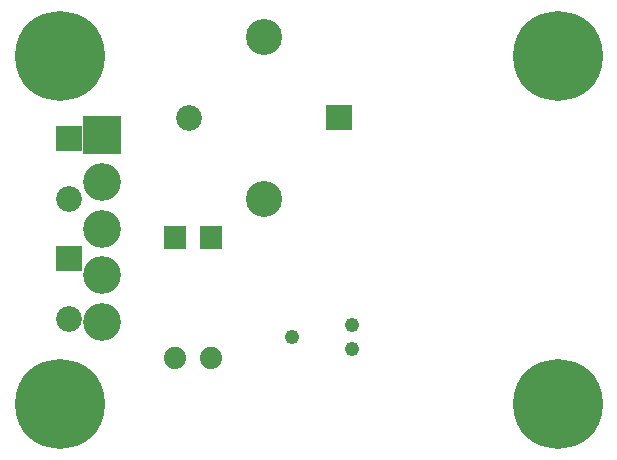
<source format=gbr>
G04 start of page 8 for group -4062 idx -4062 *
G04 Title: (unknown), soldermask *
G04 Creator: pcb 4.0.2 *
G04 CreationDate: Mon Nov 22 04:11:08 2021 UTC *
G04 For: ndholmes *
G04 Format: Gerber/RS-274X *
G04 PCB-Dimensions (mil): 2000.00 1500.00 *
G04 PCB-Coordinate-Origin: lower left *
%MOIN*%
%FSLAX25Y25*%
%LNBOTTOMMASK*%
%ADD66C,0.0740*%
%ADD65C,0.0860*%
%ADD64C,0.1260*%
%ADD63C,0.0490*%
%ADD62C,0.1200*%
%ADD61C,0.2997*%
%ADD60C,0.0001*%
G54D60*G36*
X105700Y116800D02*Y108200D01*
X114300D01*
Y116800D01*
X105700D01*
G37*
G54D61*X183000Y133000D03*
G54D62*X85000Y139500D03*
G54D63*X94500Y39500D03*
X114500Y43500D03*
Y35500D03*
G54D61*X183000Y17000D03*
G54D64*X31000Y75500D03*
Y59900D03*
Y44300D03*
G54D60*G36*
X24700Y113000D02*Y100400D01*
X37300D01*
Y113000D01*
X24700D01*
G37*
G54D64*X31000Y91100D03*
G54D60*G36*
X15700Y109800D02*Y101200D01*
X24300D01*
Y109800D01*
X15700D01*
G37*
G54D65*X20000Y85500D03*
G54D61*X17000Y133000D03*
G54D60*G36*
X15700Y69800D02*Y61200D01*
X24300D01*
Y69800D01*
X15700D01*
G37*
G54D65*X20000Y45500D03*
G54D61*X17000Y17000D03*
G54D66*X67500Y32500D03*
X55500D03*
G54D65*X60000Y112500D03*
G54D62*X85000Y85500D03*
G54D60*G36*
X63800Y76200D02*Y68800D01*
X71200D01*
Y76200D01*
X63800D01*
G37*
G36*
X51800D02*Y68800D01*
X59200D01*
Y76200D01*
X51800D01*
G37*
M02*

</source>
